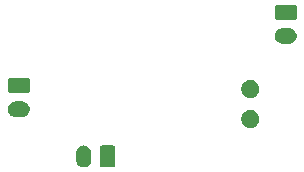
<source format=gbr>
G04 #@! TF.GenerationSoftware,KiCad,Pcbnew,(5.1.5-0)*
G04 #@! TF.CreationDate,2021-02-11T14:19:56-07:00*
G04 #@! TF.ProjectId,ideal-diode,69646561-6c2d-4646-996f-64652e6b6963,rev?*
G04 #@! TF.SameCoordinates,Original*
G04 #@! TF.FileFunction,Soldermask,Bot*
G04 #@! TF.FilePolarity,Negative*
%FSLAX46Y46*%
G04 Gerber Fmt 4.6, Leading zero omitted, Abs format (unit mm)*
G04 Created by KiCad (PCBNEW (5.1.5-0)) date 2021-02-11 14:19:56*
%MOMM*%
%LPD*%
G04 APERTURE LIST*
%ADD10C,0.100000*%
G04 APERTURE END LIST*
D10*
G36*
X124627618Y-96583420D02*
G01*
X124708400Y-96607925D01*
X124750336Y-96620646D01*
X124863425Y-96681094D01*
X124962554Y-96762446D01*
X125043906Y-96861575D01*
X125104354Y-96974664D01*
X125104355Y-96974668D01*
X125141580Y-97097382D01*
X125151000Y-97193027D01*
X125151000Y-97806973D01*
X125141580Y-97902618D01*
X125114040Y-97993404D01*
X125104354Y-98025336D01*
X125043906Y-98138425D01*
X124962554Y-98237553D01*
X124863424Y-98318906D01*
X124750335Y-98379354D01*
X124718403Y-98389040D01*
X124627617Y-98416580D01*
X124500000Y-98429149D01*
X124372382Y-98416580D01*
X124281596Y-98389040D01*
X124249664Y-98379354D01*
X124136575Y-98318906D01*
X124037447Y-98237554D01*
X123956094Y-98138424D01*
X123895646Y-98025335D01*
X123885960Y-97993403D01*
X123858420Y-97902617D01*
X123849000Y-97806972D01*
X123849000Y-97193027D01*
X123858420Y-97097382D01*
X123895645Y-96974668D01*
X123895645Y-96974667D01*
X123927957Y-96914217D01*
X123956095Y-96861574D01*
X123969493Y-96845249D01*
X124037447Y-96762446D01*
X124136576Y-96681094D01*
X124249665Y-96620646D01*
X124291601Y-96607925D01*
X124372383Y-96583420D01*
X124500000Y-96570851D01*
X124627618Y-96583420D01*
G37*
G36*
X126991242Y-96578404D02*
G01*
X127028337Y-96589657D01*
X127062515Y-96607925D01*
X127092481Y-96632519D01*
X127117075Y-96662485D01*
X127135343Y-96696663D01*
X127146596Y-96733758D01*
X127151000Y-96778474D01*
X127151000Y-98221526D01*
X127146596Y-98266242D01*
X127135343Y-98303337D01*
X127117075Y-98337515D01*
X127092481Y-98367481D01*
X127062515Y-98392075D01*
X127028337Y-98410343D01*
X126991242Y-98421596D01*
X126946526Y-98426000D01*
X126053474Y-98426000D01*
X126008758Y-98421596D01*
X125971663Y-98410343D01*
X125937485Y-98392075D01*
X125907519Y-98367481D01*
X125882925Y-98337515D01*
X125864657Y-98303337D01*
X125853404Y-98266242D01*
X125849000Y-98221526D01*
X125849000Y-96778474D01*
X125853404Y-96733758D01*
X125864657Y-96696663D01*
X125882925Y-96662485D01*
X125907519Y-96632519D01*
X125937485Y-96607925D01*
X125971663Y-96589657D01*
X126008758Y-96578404D01*
X126053474Y-96574000D01*
X126946526Y-96574000D01*
X126991242Y-96578404D01*
G37*
G36*
X138819059Y-93617860D02*
G01*
X138955732Y-93674472D01*
X139078735Y-93756660D01*
X139183340Y-93861265D01*
X139265528Y-93984268D01*
X139322140Y-94120941D01*
X139351000Y-94266033D01*
X139351000Y-94413967D01*
X139322140Y-94559059D01*
X139265528Y-94695732D01*
X139183340Y-94818735D01*
X139078735Y-94923340D01*
X138955732Y-95005528D01*
X138955731Y-95005529D01*
X138955730Y-95005529D01*
X138819059Y-95062140D01*
X138673968Y-95091000D01*
X138526032Y-95091000D01*
X138380941Y-95062140D01*
X138244270Y-95005529D01*
X138244269Y-95005529D01*
X138244268Y-95005528D01*
X138121265Y-94923340D01*
X138016660Y-94818735D01*
X137934472Y-94695732D01*
X137877860Y-94559059D01*
X137849000Y-94413967D01*
X137849000Y-94266033D01*
X137877860Y-94120941D01*
X137934472Y-93984268D01*
X138016660Y-93861265D01*
X138121265Y-93756660D01*
X138244268Y-93674472D01*
X138380941Y-93617860D01*
X138526032Y-93589000D01*
X138673968Y-93589000D01*
X138819059Y-93617860D01*
G37*
G36*
X119338855Y-92852140D02*
G01*
X119402618Y-92858420D01*
X119493404Y-92885960D01*
X119525336Y-92895646D01*
X119638425Y-92956094D01*
X119737554Y-93037446D01*
X119818906Y-93136575D01*
X119879354Y-93249664D01*
X119879355Y-93249668D01*
X119916580Y-93372382D01*
X119929149Y-93500000D01*
X119916580Y-93627618D01*
X119902367Y-93674471D01*
X119879354Y-93750336D01*
X119818906Y-93863425D01*
X119737554Y-93962554D01*
X119638425Y-94043906D01*
X119525336Y-94104354D01*
X119493404Y-94114040D01*
X119402618Y-94141580D01*
X119338855Y-94147860D01*
X119306974Y-94151000D01*
X118693026Y-94151000D01*
X118661145Y-94147860D01*
X118597382Y-94141580D01*
X118506596Y-94114040D01*
X118474664Y-94104354D01*
X118361575Y-94043906D01*
X118262446Y-93962554D01*
X118181094Y-93863425D01*
X118120646Y-93750336D01*
X118097633Y-93674471D01*
X118083420Y-93627618D01*
X118070851Y-93500000D01*
X118083420Y-93372382D01*
X118120645Y-93249668D01*
X118120646Y-93249664D01*
X118181094Y-93136575D01*
X118262446Y-93037446D01*
X118361575Y-92956094D01*
X118474664Y-92895646D01*
X118506596Y-92885960D01*
X118597382Y-92858420D01*
X118661145Y-92852140D01*
X118693026Y-92849000D01*
X119306974Y-92849000D01*
X119338855Y-92852140D01*
G37*
G36*
X138766125Y-91067331D02*
G01*
X138819059Y-91077860D01*
X138955732Y-91134472D01*
X139078735Y-91216660D01*
X139183340Y-91321265D01*
X139183341Y-91321267D01*
X139265529Y-91444270D01*
X139322140Y-91580941D01*
X139351000Y-91726032D01*
X139351000Y-91873968D01*
X139322140Y-92019059D01*
X139273974Y-92135343D01*
X139265528Y-92155732D01*
X139183340Y-92278735D01*
X139078735Y-92383340D01*
X138955732Y-92465528D01*
X138955731Y-92465529D01*
X138955730Y-92465529D01*
X138819059Y-92522140D01*
X138673968Y-92551000D01*
X138526032Y-92551000D01*
X138380941Y-92522140D01*
X138244270Y-92465529D01*
X138244269Y-92465529D01*
X138244268Y-92465528D01*
X138121265Y-92383340D01*
X138016660Y-92278735D01*
X137934472Y-92155732D01*
X137926027Y-92135343D01*
X137877860Y-92019059D01*
X137849000Y-91873968D01*
X137849000Y-91726032D01*
X137877860Y-91580941D01*
X137934471Y-91444270D01*
X138016659Y-91321267D01*
X138016660Y-91321265D01*
X138121265Y-91216660D01*
X138244268Y-91134472D01*
X138380941Y-91077860D01*
X138433875Y-91067331D01*
X138526032Y-91049000D01*
X138673968Y-91049000D01*
X138766125Y-91067331D01*
G37*
G36*
X119766242Y-90853404D02*
G01*
X119803337Y-90864657D01*
X119837515Y-90882925D01*
X119867481Y-90907519D01*
X119892075Y-90937485D01*
X119910343Y-90971663D01*
X119921596Y-91008758D01*
X119926000Y-91053474D01*
X119926000Y-91946526D01*
X119921596Y-91991242D01*
X119910343Y-92028337D01*
X119892075Y-92062515D01*
X119867481Y-92092481D01*
X119837515Y-92117075D01*
X119803337Y-92135343D01*
X119766242Y-92146596D01*
X119721526Y-92151000D01*
X118278474Y-92151000D01*
X118233758Y-92146596D01*
X118196663Y-92135343D01*
X118162485Y-92117075D01*
X118132519Y-92092481D01*
X118107925Y-92062515D01*
X118089657Y-92028337D01*
X118078404Y-91991242D01*
X118074000Y-91946526D01*
X118074000Y-91053474D01*
X118078404Y-91008758D01*
X118089657Y-90971663D01*
X118107925Y-90937485D01*
X118132519Y-90907519D01*
X118162485Y-90882925D01*
X118196663Y-90864657D01*
X118233758Y-90853404D01*
X118278474Y-90849000D01*
X119721526Y-90849000D01*
X119766242Y-90853404D01*
G37*
G36*
X141938855Y-86652140D02*
G01*
X142002618Y-86658420D01*
X142093404Y-86685960D01*
X142125336Y-86695646D01*
X142238425Y-86756094D01*
X142337554Y-86837446D01*
X142418906Y-86936575D01*
X142479354Y-87049664D01*
X142479355Y-87049668D01*
X142516580Y-87172382D01*
X142529149Y-87300000D01*
X142516580Y-87427618D01*
X142489040Y-87518404D01*
X142479354Y-87550336D01*
X142418906Y-87663425D01*
X142337554Y-87762554D01*
X142238425Y-87843906D01*
X142125336Y-87904354D01*
X142093404Y-87914040D01*
X142002618Y-87941580D01*
X141938855Y-87947860D01*
X141906974Y-87951000D01*
X141293026Y-87951000D01*
X141261145Y-87947860D01*
X141197382Y-87941580D01*
X141106596Y-87914040D01*
X141074664Y-87904354D01*
X140961575Y-87843906D01*
X140862446Y-87762554D01*
X140781094Y-87663425D01*
X140720646Y-87550336D01*
X140710960Y-87518404D01*
X140683420Y-87427618D01*
X140670851Y-87300000D01*
X140683420Y-87172382D01*
X140720645Y-87049668D01*
X140720646Y-87049664D01*
X140781094Y-86936575D01*
X140862446Y-86837446D01*
X140961575Y-86756094D01*
X141074664Y-86695646D01*
X141106596Y-86685960D01*
X141197382Y-86658420D01*
X141261145Y-86652140D01*
X141293026Y-86649000D01*
X141906974Y-86649000D01*
X141938855Y-86652140D01*
G37*
G36*
X142366242Y-84653404D02*
G01*
X142403337Y-84664657D01*
X142437515Y-84682925D01*
X142467481Y-84707519D01*
X142492075Y-84737485D01*
X142510343Y-84771663D01*
X142521596Y-84808758D01*
X142526000Y-84853474D01*
X142526000Y-85746526D01*
X142521596Y-85791242D01*
X142510343Y-85828337D01*
X142492075Y-85862515D01*
X142467481Y-85892481D01*
X142437515Y-85917075D01*
X142403337Y-85935343D01*
X142366242Y-85946596D01*
X142321526Y-85951000D01*
X140878474Y-85951000D01*
X140833758Y-85946596D01*
X140796663Y-85935343D01*
X140762485Y-85917075D01*
X140732519Y-85892481D01*
X140707925Y-85862515D01*
X140689657Y-85828337D01*
X140678404Y-85791242D01*
X140674000Y-85746526D01*
X140674000Y-84853474D01*
X140678404Y-84808758D01*
X140689657Y-84771663D01*
X140707925Y-84737485D01*
X140732519Y-84707519D01*
X140762485Y-84682925D01*
X140796663Y-84664657D01*
X140833758Y-84653404D01*
X140878474Y-84649000D01*
X142321526Y-84649000D01*
X142366242Y-84653404D01*
G37*
M02*

</source>
